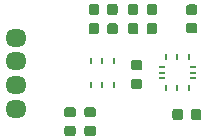
<source format=gtp>
G04 #@! TF.GenerationSoftware,KiCad,Pcbnew,(5.1.2)-1*
G04 #@! TF.CreationDate,2020-06-14T00:48:43+09:00*
G04 #@! TF.ProjectId,es,65732e6b-6963-4616-945f-706362585858,v1.0*
G04 #@! TF.SameCoordinates,Original*
G04 #@! TF.FileFunction,Paste,Top*
G04 #@! TF.FilePolarity,Positive*
%FSLAX46Y46*%
G04 Gerber Fmt 4.6, Leading zero omitted, Abs format (unit mm)*
G04 Created by KiCad (PCBNEW (5.1.2)-1) date 2020-06-14 00:48:43*
%MOMM*%
%LPD*%
G04 APERTURE LIST*
%ADD10R,0.250000X0.500000*%
%ADD11R,0.500000X0.250000*%
%ADD12C,0.100000*%
%ADD13C,0.875000*%
%ADD14O,1.800000X1.524000*%
G04 APERTURE END LIST*
D10*
X164710000Y-106650000D03*
X165710000Y-106650000D03*
X166710000Y-106650000D03*
D11*
X167010000Y-107450000D03*
X167010000Y-107950000D03*
X167010000Y-108450000D03*
D10*
X166710000Y-109250000D03*
X165710000Y-109250000D03*
X164710000Y-109250000D03*
D11*
X164410000Y-108450000D03*
X164410000Y-107950000D03*
X164410000Y-107450000D03*
D12*
G36*
X160439691Y-102126053D02*
G01*
X160460926Y-102129203D01*
X160481750Y-102134419D01*
X160501962Y-102141651D01*
X160521368Y-102150830D01*
X160539781Y-102161866D01*
X160557024Y-102174654D01*
X160572930Y-102189070D01*
X160587346Y-102204976D01*
X160600134Y-102222219D01*
X160611170Y-102240632D01*
X160620349Y-102260038D01*
X160627581Y-102280250D01*
X160632797Y-102301074D01*
X160635947Y-102322309D01*
X160637000Y-102343750D01*
X160637000Y-102856250D01*
X160635947Y-102877691D01*
X160632797Y-102898926D01*
X160627581Y-102919750D01*
X160620349Y-102939962D01*
X160611170Y-102959368D01*
X160600134Y-102977781D01*
X160587346Y-102995024D01*
X160572930Y-103010930D01*
X160557024Y-103025346D01*
X160539781Y-103038134D01*
X160521368Y-103049170D01*
X160501962Y-103058349D01*
X160481750Y-103065581D01*
X160460926Y-103070797D01*
X160439691Y-103073947D01*
X160418250Y-103075000D01*
X159980750Y-103075000D01*
X159959309Y-103073947D01*
X159938074Y-103070797D01*
X159917250Y-103065581D01*
X159897038Y-103058349D01*
X159877632Y-103049170D01*
X159859219Y-103038134D01*
X159841976Y-103025346D01*
X159826070Y-103010930D01*
X159811654Y-102995024D01*
X159798866Y-102977781D01*
X159787830Y-102959368D01*
X159778651Y-102939962D01*
X159771419Y-102919750D01*
X159766203Y-102898926D01*
X159763053Y-102877691D01*
X159762000Y-102856250D01*
X159762000Y-102343750D01*
X159763053Y-102322309D01*
X159766203Y-102301074D01*
X159771419Y-102280250D01*
X159778651Y-102260038D01*
X159787830Y-102240632D01*
X159798866Y-102222219D01*
X159811654Y-102204976D01*
X159826070Y-102189070D01*
X159841976Y-102174654D01*
X159859219Y-102161866D01*
X159877632Y-102150830D01*
X159897038Y-102141651D01*
X159917250Y-102134419D01*
X159938074Y-102129203D01*
X159959309Y-102126053D01*
X159980750Y-102125000D01*
X160418250Y-102125000D01*
X160439691Y-102126053D01*
X160439691Y-102126053D01*
G37*
D13*
X160199500Y-102600000D03*
D12*
G36*
X158864691Y-102126053D02*
G01*
X158885926Y-102129203D01*
X158906750Y-102134419D01*
X158926962Y-102141651D01*
X158946368Y-102150830D01*
X158964781Y-102161866D01*
X158982024Y-102174654D01*
X158997930Y-102189070D01*
X159012346Y-102204976D01*
X159025134Y-102222219D01*
X159036170Y-102240632D01*
X159045349Y-102260038D01*
X159052581Y-102280250D01*
X159057797Y-102301074D01*
X159060947Y-102322309D01*
X159062000Y-102343750D01*
X159062000Y-102856250D01*
X159060947Y-102877691D01*
X159057797Y-102898926D01*
X159052581Y-102919750D01*
X159045349Y-102939962D01*
X159036170Y-102959368D01*
X159025134Y-102977781D01*
X159012346Y-102995024D01*
X158997930Y-103010930D01*
X158982024Y-103025346D01*
X158964781Y-103038134D01*
X158946368Y-103049170D01*
X158926962Y-103058349D01*
X158906750Y-103065581D01*
X158885926Y-103070797D01*
X158864691Y-103073947D01*
X158843250Y-103075000D01*
X158405750Y-103075000D01*
X158384309Y-103073947D01*
X158363074Y-103070797D01*
X158342250Y-103065581D01*
X158322038Y-103058349D01*
X158302632Y-103049170D01*
X158284219Y-103038134D01*
X158266976Y-103025346D01*
X158251070Y-103010930D01*
X158236654Y-102995024D01*
X158223866Y-102977781D01*
X158212830Y-102959368D01*
X158203651Y-102939962D01*
X158196419Y-102919750D01*
X158191203Y-102898926D01*
X158188053Y-102877691D01*
X158187000Y-102856250D01*
X158187000Y-102343750D01*
X158188053Y-102322309D01*
X158191203Y-102301074D01*
X158196419Y-102280250D01*
X158203651Y-102260038D01*
X158212830Y-102240632D01*
X158223866Y-102222219D01*
X158236654Y-102204976D01*
X158251070Y-102189070D01*
X158266976Y-102174654D01*
X158284219Y-102161866D01*
X158302632Y-102150830D01*
X158322038Y-102141651D01*
X158342250Y-102134419D01*
X158363074Y-102129203D01*
X158384309Y-102126053D01*
X158405750Y-102125000D01*
X158843250Y-102125000D01*
X158864691Y-102126053D01*
X158864691Y-102126053D01*
G37*
D13*
X158624500Y-102600000D03*
D12*
G36*
X158587691Y-110878053D02*
G01*
X158608926Y-110881203D01*
X158629750Y-110886419D01*
X158649962Y-110893651D01*
X158669368Y-110902830D01*
X158687781Y-110913866D01*
X158705024Y-110926654D01*
X158720930Y-110941070D01*
X158735346Y-110956976D01*
X158748134Y-110974219D01*
X158759170Y-110992632D01*
X158768349Y-111012038D01*
X158775581Y-111032250D01*
X158780797Y-111053074D01*
X158783947Y-111074309D01*
X158785000Y-111095750D01*
X158785000Y-111533250D01*
X158783947Y-111554691D01*
X158780797Y-111575926D01*
X158775581Y-111596750D01*
X158768349Y-111616962D01*
X158759170Y-111636368D01*
X158748134Y-111654781D01*
X158735346Y-111672024D01*
X158720930Y-111687930D01*
X158705024Y-111702346D01*
X158687781Y-111715134D01*
X158669368Y-111726170D01*
X158649962Y-111735349D01*
X158629750Y-111742581D01*
X158608926Y-111747797D01*
X158587691Y-111750947D01*
X158566250Y-111752000D01*
X158053750Y-111752000D01*
X158032309Y-111750947D01*
X158011074Y-111747797D01*
X157990250Y-111742581D01*
X157970038Y-111735349D01*
X157950632Y-111726170D01*
X157932219Y-111715134D01*
X157914976Y-111702346D01*
X157899070Y-111687930D01*
X157884654Y-111672024D01*
X157871866Y-111654781D01*
X157860830Y-111636368D01*
X157851651Y-111616962D01*
X157844419Y-111596750D01*
X157839203Y-111575926D01*
X157836053Y-111554691D01*
X157835000Y-111533250D01*
X157835000Y-111095750D01*
X157836053Y-111074309D01*
X157839203Y-111053074D01*
X157844419Y-111032250D01*
X157851651Y-111012038D01*
X157860830Y-110992632D01*
X157871866Y-110974219D01*
X157884654Y-110956976D01*
X157899070Y-110941070D01*
X157914976Y-110926654D01*
X157932219Y-110913866D01*
X157950632Y-110902830D01*
X157970038Y-110893651D01*
X157990250Y-110886419D01*
X158011074Y-110881203D01*
X158032309Y-110878053D01*
X158053750Y-110877000D01*
X158566250Y-110877000D01*
X158587691Y-110878053D01*
X158587691Y-110878053D01*
G37*
D13*
X158310000Y-111314500D03*
D12*
G36*
X158587691Y-112453053D02*
G01*
X158608926Y-112456203D01*
X158629750Y-112461419D01*
X158649962Y-112468651D01*
X158669368Y-112477830D01*
X158687781Y-112488866D01*
X158705024Y-112501654D01*
X158720930Y-112516070D01*
X158735346Y-112531976D01*
X158748134Y-112549219D01*
X158759170Y-112567632D01*
X158768349Y-112587038D01*
X158775581Y-112607250D01*
X158780797Y-112628074D01*
X158783947Y-112649309D01*
X158785000Y-112670750D01*
X158785000Y-113108250D01*
X158783947Y-113129691D01*
X158780797Y-113150926D01*
X158775581Y-113171750D01*
X158768349Y-113191962D01*
X158759170Y-113211368D01*
X158748134Y-113229781D01*
X158735346Y-113247024D01*
X158720930Y-113262930D01*
X158705024Y-113277346D01*
X158687781Y-113290134D01*
X158669368Y-113301170D01*
X158649962Y-113310349D01*
X158629750Y-113317581D01*
X158608926Y-113322797D01*
X158587691Y-113325947D01*
X158566250Y-113327000D01*
X158053750Y-113327000D01*
X158032309Y-113325947D01*
X158011074Y-113322797D01*
X157990250Y-113317581D01*
X157970038Y-113310349D01*
X157950632Y-113301170D01*
X157932219Y-113290134D01*
X157914976Y-113277346D01*
X157899070Y-113262930D01*
X157884654Y-113247024D01*
X157871866Y-113229781D01*
X157860830Y-113211368D01*
X157851651Y-113191962D01*
X157844419Y-113171750D01*
X157839203Y-113150926D01*
X157836053Y-113129691D01*
X157835000Y-113108250D01*
X157835000Y-112670750D01*
X157836053Y-112649309D01*
X157839203Y-112628074D01*
X157844419Y-112607250D01*
X157851651Y-112587038D01*
X157860830Y-112567632D01*
X157871866Y-112549219D01*
X157884654Y-112531976D01*
X157899070Y-112516070D01*
X157914976Y-112501654D01*
X157932219Y-112488866D01*
X157950632Y-112477830D01*
X157970038Y-112468651D01*
X157990250Y-112461419D01*
X158011074Y-112456203D01*
X158032309Y-112453053D01*
X158053750Y-112452000D01*
X158566250Y-112452000D01*
X158587691Y-112453053D01*
X158587691Y-112453053D01*
G37*
D13*
X158310000Y-112889500D03*
D12*
G36*
X156887691Y-110878053D02*
G01*
X156908926Y-110881203D01*
X156929750Y-110886419D01*
X156949962Y-110893651D01*
X156969368Y-110902830D01*
X156987781Y-110913866D01*
X157005024Y-110926654D01*
X157020930Y-110941070D01*
X157035346Y-110956976D01*
X157048134Y-110974219D01*
X157059170Y-110992632D01*
X157068349Y-111012038D01*
X157075581Y-111032250D01*
X157080797Y-111053074D01*
X157083947Y-111074309D01*
X157085000Y-111095750D01*
X157085000Y-111533250D01*
X157083947Y-111554691D01*
X157080797Y-111575926D01*
X157075581Y-111596750D01*
X157068349Y-111616962D01*
X157059170Y-111636368D01*
X157048134Y-111654781D01*
X157035346Y-111672024D01*
X157020930Y-111687930D01*
X157005024Y-111702346D01*
X156987781Y-111715134D01*
X156969368Y-111726170D01*
X156949962Y-111735349D01*
X156929750Y-111742581D01*
X156908926Y-111747797D01*
X156887691Y-111750947D01*
X156866250Y-111752000D01*
X156353750Y-111752000D01*
X156332309Y-111750947D01*
X156311074Y-111747797D01*
X156290250Y-111742581D01*
X156270038Y-111735349D01*
X156250632Y-111726170D01*
X156232219Y-111715134D01*
X156214976Y-111702346D01*
X156199070Y-111687930D01*
X156184654Y-111672024D01*
X156171866Y-111654781D01*
X156160830Y-111636368D01*
X156151651Y-111616962D01*
X156144419Y-111596750D01*
X156139203Y-111575926D01*
X156136053Y-111554691D01*
X156135000Y-111533250D01*
X156135000Y-111095750D01*
X156136053Y-111074309D01*
X156139203Y-111053074D01*
X156144419Y-111032250D01*
X156151651Y-111012038D01*
X156160830Y-110992632D01*
X156171866Y-110974219D01*
X156184654Y-110956976D01*
X156199070Y-110941070D01*
X156214976Y-110926654D01*
X156232219Y-110913866D01*
X156250632Y-110902830D01*
X156270038Y-110893651D01*
X156290250Y-110886419D01*
X156311074Y-110881203D01*
X156332309Y-110878053D01*
X156353750Y-110877000D01*
X156866250Y-110877000D01*
X156887691Y-110878053D01*
X156887691Y-110878053D01*
G37*
D13*
X156610000Y-111314500D03*
D12*
G36*
X156887691Y-112453053D02*
G01*
X156908926Y-112456203D01*
X156929750Y-112461419D01*
X156949962Y-112468651D01*
X156969368Y-112477830D01*
X156987781Y-112488866D01*
X157005024Y-112501654D01*
X157020930Y-112516070D01*
X157035346Y-112531976D01*
X157048134Y-112549219D01*
X157059170Y-112567632D01*
X157068349Y-112587038D01*
X157075581Y-112607250D01*
X157080797Y-112628074D01*
X157083947Y-112649309D01*
X157085000Y-112670750D01*
X157085000Y-113108250D01*
X157083947Y-113129691D01*
X157080797Y-113150926D01*
X157075581Y-113171750D01*
X157068349Y-113191962D01*
X157059170Y-113211368D01*
X157048134Y-113229781D01*
X157035346Y-113247024D01*
X157020930Y-113262930D01*
X157005024Y-113277346D01*
X156987781Y-113290134D01*
X156969368Y-113301170D01*
X156949962Y-113310349D01*
X156929750Y-113317581D01*
X156908926Y-113322797D01*
X156887691Y-113325947D01*
X156866250Y-113327000D01*
X156353750Y-113327000D01*
X156332309Y-113325947D01*
X156311074Y-113322797D01*
X156290250Y-113317581D01*
X156270038Y-113310349D01*
X156250632Y-113301170D01*
X156232219Y-113290134D01*
X156214976Y-113277346D01*
X156199070Y-113262930D01*
X156184654Y-113247024D01*
X156171866Y-113229781D01*
X156160830Y-113211368D01*
X156151651Y-113191962D01*
X156144419Y-113171750D01*
X156139203Y-113150926D01*
X156136053Y-113129691D01*
X156135000Y-113108250D01*
X156135000Y-112670750D01*
X156136053Y-112649309D01*
X156139203Y-112628074D01*
X156144419Y-112607250D01*
X156151651Y-112587038D01*
X156160830Y-112567632D01*
X156171866Y-112549219D01*
X156184654Y-112531976D01*
X156199070Y-112516070D01*
X156214976Y-112501654D01*
X156232219Y-112488866D01*
X156250632Y-112477830D01*
X156270038Y-112468651D01*
X156290250Y-112461419D01*
X156311074Y-112456203D01*
X156332309Y-112453053D01*
X156353750Y-112452000D01*
X156866250Y-112452000D01*
X156887691Y-112453053D01*
X156887691Y-112453053D01*
G37*
D13*
X156610000Y-112889500D03*
D10*
X158360000Y-106940000D03*
X159360000Y-106940000D03*
X160360000Y-106940000D03*
X160360000Y-109040000D03*
X159360000Y-109040000D03*
X158360000Y-109040000D03*
D12*
G36*
X163777691Y-103766053D02*
G01*
X163798926Y-103769203D01*
X163819750Y-103774419D01*
X163839962Y-103781651D01*
X163859368Y-103790830D01*
X163877781Y-103801866D01*
X163895024Y-103814654D01*
X163910930Y-103829070D01*
X163925346Y-103844976D01*
X163938134Y-103862219D01*
X163949170Y-103880632D01*
X163958349Y-103900038D01*
X163965581Y-103920250D01*
X163970797Y-103941074D01*
X163973947Y-103962309D01*
X163975000Y-103983750D01*
X163975000Y-104496250D01*
X163973947Y-104517691D01*
X163970797Y-104538926D01*
X163965581Y-104559750D01*
X163958349Y-104579962D01*
X163949170Y-104599368D01*
X163938134Y-104617781D01*
X163925346Y-104635024D01*
X163910930Y-104650930D01*
X163895024Y-104665346D01*
X163877781Y-104678134D01*
X163859368Y-104689170D01*
X163839962Y-104698349D01*
X163819750Y-104705581D01*
X163798926Y-104710797D01*
X163777691Y-104713947D01*
X163756250Y-104715000D01*
X163318750Y-104715000D01*
X163297309Y-104713947D01*
X163276074Y-104710797D01*
X163255250Y-104705581D01*
X163235038Y-104698349D01*
X163215632Y-104689170D01*
X163197219Y-104678134D01*
X163179976Y-104665346D01*
X163164070Y-104650930D01*
X163149654Y-104635024D01*
X163136866Y-104617781D01*
X163125830Y-104599368D01*
X163116651Y-104579962D01*
X163109419Y-104559750D01*
X163104203Y-104538926D01*
X163101053Y-104517691D01*
X163100000Y-104496250D01*
X163100000Y-103983750D01*
X163101053Y-103962309D01*
X163104203Y-103941074D01*
X163109419Y-103920250D01*
X163116651Y-103900038D01*
X163125830Y-103880632D01*
X163136866Y-103862219D01*
X163149654Y-103844976D01*
X163164070Y-103829070D01*
X163179976Y-103814654D01*
X163197219Y-103801866D01*
X163215632Y-103790830D01*
X163235038Y-103781651D01*
X163255250Y-103774419D01*
X163276074Y-103769203D01*
X163297309Y-103766053D01*
X163318750Y-103765000D01*
X163756250Y-103765000D01*
X163777691Y-103766053D01*
X163777691Y-103766053D01*
G37*
D13*
X163537500Y-104240000D03*
D12*
G36*
X162202691Y-103766053D02*
G01*
X162223926Y-103769203D01*
X162244750Y-103774419D01*
X162264962Y-103781651D01*
X162284368Y-103790830D01*
X162302781Y-103801866D01*
X162320024Y-103814654D01*
X162335930Y-103829070D01*
X162350346Y-103844976D01*
X162363134Y-103862219D01*
X162374170Y-103880632D01*
X162383349Y-103900038D01*
X162390581Y-103920250D01*
X162395797Y-103941074D01*
X162398947Y-103962309D01*
X162400000Y-103983750D01*
X162400000Y-104496250D01*
X162398947Y-104517691D01*
X162395797Y-104538926D01*
X162390581Y-104559750D01*
X162383349Y-104579962D01*
X162374170Y-104599368D01*
X162363134Y-104617781D01*
X162350346Y-104635024D01*
X162335930Y-104650930D01*
X162320024Y-104665346D01*
X162302781Y-104678134D01*
X162284368Y-104689170D01*
X162264962Y-104698349D01*
X162244750Y-104705581D01*
X162223926Y-104710797D01*
X162202691Y-104713947D01*
X162181250Y-104715000D01*
X161743750Y-104715000D01*
X161722309Y-104713947D01*
X161701074Y-104710797D01*
X161680250Y-104705581D01*
X161660038Y-104698349D01*
X161640632Y-104689170D01*
X161622219Y-104678134D01*
X161604976Y-104665346D01*
X161589070Y-104650930D01*
X161574654Y-104635024D01*
X161561866Y-104617781D01*
X161550830Y-104599368D01*
X161541651Y-104579962D01*
X161534419Y-104559750D01*
X161529203Y-104538926D01*
X161526053Y-104517691D01*
X161525000Y-104496250D01*
X161525000Y-103983750D01*
X161526053Y-103962309D01*
X161529203Y-103941074D01*
X161534419Y-103920250D01*
X161541651Y-103900038D01*
X161550830Y-103880632D01*
X161561866Y-103862219D01*
X161574654Y-103844976D01*
X161589070Y-103829070D01*
X161604976Y-103814654D01*
X161622219Y-103801866D01*
X161640632Y-103790830D01*
X161660038Y-103781651D01*
X161680250Y-103774419D01*
X161701074Y-103769203D01*
X161722309Y-103766053D01*
X161743750Y-103765000D01*
X162181250Y-103765000D01*
X162202691Y-103766053D01*
X162202691Y-103766053D01*
G37*
D13*
X161962500Y-104240000D03*
D14*
X152000000Y-105000000D03*
X152000000Y-107000000D03*
X152000000Y-109000000D03*
X152000000Y-111000000D03*
D12*
G36*
X167177691Y-102188053D02*
G01*
X167198926Y-102191203D01*
X167219750Y-102196419D01*
X167239962Y-102203651D01*
X167259368Y-102212830D01*
X167277781Y-102223866D01*
X167295024Y-102236654D01*
X167310930Y-102251070D01*
X167325346Y-102266976D01*
X167338134Y-102284219D01*
X167349170Y-102302632D01*
X167358349Y-102322038D01*
X167365581Y-102342250D01*
X167370797Y-102363074D01*
X167373947Y-102384309D01*
X167375000Y-102405750D01*
X167375000Y-102843250D01*
X167373947Y-102864691D01*
X167370797Y-102885926D01*
X167365581Y-102906750D01*
X167358349Y-102926962D01*
X167349170Y-102946368D01*
X167338134Y-102964781D01*
X167325346Y-102982024D01*
X167310930Y-102997930D01*
X167295024Y-103012346D01*
X167277781Y-103025134D01*
X167259368Y-103036170D01*
X167239962Y-103045349D01*
X167219750Y-103052581D01*
X167198926Y-103057797D01*
X167177691Y-103060947D01*
X167156250Y-103062000D01*
X166643750Y-103062000D01*
X166622309Y-103060947D01*
X166601074Y-103057797D01*
X166580250Y-103052581D01*
X166560038Y-103045349D01*
X166540632Y-103036170D01*
X166522219Y-103025134D01*
X166504976Y-103012346D01*
X166489070Y-102997930D01*
X166474654Y-102982024D01*
X166461866Y-102964781D01*
X166450830Y-102946368D01*
X166441651Y-102926962D01*
X166434419Y-102906750D01*
X166429203Y-102885926D01*
X166426053Y-102864691D01*
X166425000Y-102843250D01*
X166425000Y-102405750D01*
X166426053Y-102384309D01*
X166429203Y-102363074D01*
X166434419Y-102342250D01*
X166441651Y-102322038D01*
X166450830Y-102302632D01*
X166461866Y-102284219D01*
X166474654Y-102266976D01*
X166489070Y-102251070D01*
X166504976Y-102236654D01*
X166522219Y-102223866D01*
X166540632Y-102212830D01*
X166560038Y-102203651D01*
X166580250Y-102196419D01*
X166601074Y-102191203D01*
X166622309Y-102188053D01*
X166643750Y-102187000D01*
X167156250Y-102187000D01*
X167177691Y-102188053D01*
X167177691Y-102188053D01*
G37*
D13*
X166900000Y-102624500D03*
D12*
G36*
X167177691Y-103763053D02*
G01*
X167198926Y-103766203D01*
X167219750Y-103771419D01*
X167239962Y-103778651D01*
X167259368Y-103787830D01*
X167277781Y-103798866D01*
X167295024Y-103811654D01*
X167310930Y-103826070D01*
X167325346Y-103841976D01*
X167338134Y-103859219D01*
X167349170Y-103877632D01*
X167358349Y-103897038D01*
X167365581Y-103917250D01*
X167370797Y-103938074D01*
X167373947Y-103959309D01*
X167375000Y-103980750D01*
X167375000Y-104418250D01*
X167373947Y-104439691D01*
X167370797Y-104460926D01*
X167365581Y-104481750D01*
X167358349Y-104501962D01*
X167349170Y-104521368D01*
X167338134Y-104539781D01*
X167325346Y-104557024D01*
X167310930Y-104572930D01*
X167295024Y-104587346D01*
X167277781Y-104600134D01*
X167259368Y-104611170D01*
X167239962Y-104620349D01*
X167219750Y-104627581D01*
X167198926Y-104632797D01*
X167177691Y-104635947D01*
X167156250Y-104637000D01*
X166643750Y-104637000D01*
X166622309Y-104635947D01*
X166601074Y-104632797D01*
X166580250Y-104627581D01*
X166560038Y-104620349D01*
X166540632Y-104611170D01*
X166522219Y-104600134D01*
X166504976Y-104587346D01*
X166489070Y-104572930D01*
X166474654Y-104557024D01*
X166461866Y-104539781D01*
X166450830Y-104521368D01*
X166441651Y-104501962D01*
X166434419Y-104481750D01*
X166429203Y-104460926D01*
X166426053Y-104439691D01*
X166425000Y-104418250D01*
X166425000Y-103980750D01*
X166426053Y-103959309D01*
X166429203Y-103938074D01*
X166434419Y-103917250D01*
X166441651Y-103897038D01*
X166450830Y-103877632D01*
X166461866Y-103859219D01*
X166474654Y-103841976D01*
X166489070Y-103826070D01*
X166504976Y-103811654D01*
X166522219Y-103798866D01*
X166540632Y-103787830D01*
X166560038Y-103778651D01*
X166580250Y-103771419D01*
X166601074Y-103766203D01*
X166622309Y-103763053D01*
X166643750Y-103762000D01*
X167156250Y-103762000D01*
X167177691Y-103763053D01*
X167177691Y-103763053D01*
G37*
D13*
X166900000Y-104199500D03*
D12*
G36*
X167535691Y-111026053D02*
G01*
X167556926Y-111029203D01*
X167577750Y-111034419D01*
X167597962Y-111041651D01*
X167617368Y-111050830D01*
X167635781Y-111061866D01*
X167653024Y-111074654D01*
X167668930Y-111089070D01*
X167683346Y-111104976D01*
X167696134Y-111122219D01*
X167707170Y-111140632D01*
X167716349Y-111160038D01*
X167723581Y-111180250D01*
X167728797Y-111201074D01*
X167731947Y-111222309D01*
X167733000Y-111243750D01*
X167733000Y-111756250D01*
X167731947Y-111777691D01*
X167728797Y-111798926D01*
X167723581Y-111819750D01*
X167716349Y-111839962D01*
X167707170Y-111859368D01*
X167696134Y-111877781D01*
X167683346Y-111895024D01*
X167668930Y-111910930D01*
X167653024Y-111925346D01*
X167635781Y-111938134D01*
X167617368Y-111949170D01*
X167597962Y-111958349D01*
X167577750Y-111965581D01*
X167556926Y-111970797D01*
X167535691Y-111973947D01*
X167514250Y-111975000D01*
X167076750Y-111975000D01*
X167055309Y-111973947D01*
X167034074Y-111970797D01*
X167013250Y-111965581D01*
X166993038Y-111958349D01*
X166973632Y-111949170D01*
X166955219Y-111938134D01*
X166937976Y-111925346D01*
X166922070Y-111910930D01*
X166907654Y-111895024D01*
X166894866Y-111877781D01*
X166883830Y-111859368D01*
X166874651Y-111839962D01*
X166867419Y-111819750D01*
X166862203Y-111798926D01*
X166859053Y-111777691D01*
X166858000Y-111756250D01*
X166858000Y-111243750D01*
X166859053Y-111222309D01*
X166862203Y-111201074D01*
X166867419Y-111180250D01*
X166874651Y-111160038D01*
X166883830Y-111140632D01*
X166894866Y-111122219D01*
X166907654Y-111104976D01*
X166922070Y-111089070D01*
X166937976Y-111074654D01*
X166955219Y-111061866D01*
X166973632Y-111050830D01*
X166993038Y-111041651D01*
X167013250Y-111034419D01*
X167034074Y-111029203D01*
X167055309Y-111026053D01*
X167076750Y-111025000D01*
X167514250Y-111025000D01*
X167535691Y-111026053D01*
X167535691Y-111026053D01*
G37*
D13*
X167295500Y-111500000D03*
D12*
G36*
X165960691Y-111026053D02*
G01*
X165981926Y-111029203D01*
X166002750Y-111034419D01*
X166022962Y-111041651D01*
X166042368Y-111050830D01*
X166060781Y-111061866D01*
X166078024Y-111074654D01*
X166093930Y-111089070D01*
X166108346Y-111104976D01*
X166121134Y-111122219D01*
X166132170Y-111140632D01*
X166141349Y-111160038D01*
X166148581Y-111180250D01*
X166153797Y-111201074D01*
X166156947Y-111222309D01*
X166158000Y-111243750D01*
X166158000Y-111756250D01*
X166156947Y-111777691D01*
X166153797Y-111798926D01*
X166148581Y-111819750D01*
X166141349Y-111839962D01*
X166132170Y-111859368D01*
X166121134Y-111877781D01*
X166108346Y-111895024D01*
X166093930Y-111910930D01*
X166078024Y-111925346D01*
X166060781Y-111938134D01*
X166042368Y-111949170D01*
X166022962Y-111958349D01*
X166002750Y-111965581D01*
X165981926Y-111970797D01*
X165960691Y-111973947D01*
X165939250Y-111975000D01*
X165501750Y-111975000D01*
X165480309Y-111973947D01*
X165459074Y-111970797D01*
X165438250Y-111965581D01*
X165418038Y-111958349D01*
X165398632Y-111949170D01*
X165380219Y-111938134D01*
X165362976Y-111925346D01*
X165347070Y-111910930D01*
X165332654Y-111895024D01*
X165319866Y-111877781D01*
X165308830Y-111859368D01*
X165299651Y-111839962D01*
X165292419Y-111819750D01*
X165287203Y-111798926D01*
X165284053Y-111777691D01*
X165283000Y-111756250D01*
X165283000Y-111243750D01*
X165284053Y-111222309D01*
X165287203Y-111201074D01*
X165292419Y-111180250D01*
X165299651Y-111160038D01*
X165308830Y-111140632D01*
X165319866Y-111122219D01*
X165332654Y-111104976D01*
X165347070Y-111089070D01*
X165362976Y-111074654D01*
X165380219Y-111061866D01*
X165398632Y-111050830D01*
X165418038Y-111041651D01*
X165438250Y-111034419D01*
X165459074Y-111029203D01*
X165480309Y-111026053D01*
X165501750Y-111025000D01*
X165939250Y-111025000D01*
X165960691Y-111026053D01*
X165960691Y-111026053D01*
G37*
D13*
X165720500Y-111500000D03*
D12*
G36*
X162200691Y-102126053D02*
G01*
X162221926Y-102129203D01*
X162242750Y-102134419D01*
X162262962Y-102141651D01*
X162282368Y-102150830D01*
X162300781Y-102161866D01*
X162318024Y-102174654D01*
X162333930Y-102189070D01*
X162348346Y-102204976D01*
X162361134Y-102222219D01*
X162372170Y-102240632D01*
X162381349Y-102260038D01*
X162388581Y-102280250D01*
X162393797Y-102301074D01*
X162396947Y-102322309D01*
X162398000Y-102343750D01*
X162398000Y-102856250D01*
X162396947Y-102877691D01*
X162393797Y-102898926D01*
X162388581Y-102919750D01*
X162381349Y-102939962D01*
X162372170Y-102959368D01*
X162361134Y-102977781D01*
X162348346Y-102995024D01*
X162333930Y-103010930D01*
X162318024Y-103025346D01*
X162300781Y-103038134D01*
X162282368Y-103049170D01*
X162262962Y-103058349D01*
X162242750Y-103065581D01*
X162221926Y-103070797D01*
X162200691Y-103073947D01*
X162179250Y-103075000D01*
X161741750Y-103075000D01*
X161720309Y-103073947D01*
X161699074Y-103070797D01*
X161678250Y-103065581D01*
X161658038Y-103058349D01*
X161638632Y-103049170D01*
X161620219Y-103038134D01*
X161602976Y-103025346D01*
X161587070Y-103010930D01*
X161572654Y-102995024D01*
X161559866Y-102977781D01*
X161548830Y-102959368D01*
X161539651Y-102939962D01*
X161532419Y-102919750D01*
X161527203Y-102898926D01*
X161524053Y-102877691D01*
X161523000Y-102856250D01*
X161523000Y-102343750D01*
X161524053Y-102322309D01*
X161527203Y-102301074D01*
X161532419Y-102280250D01*
X161539651Y-102260038D01*
X161548830Y-102240632D01*
X161559866Y-102222219D01*
X161572654Y-102204976D01*
X161587070Y-102189070D01*
X161602976Y-102174654D01*
X161620219Y-102161866D01*
X161638632Y-102150830D01*
X161658038Y-102141651D01*
X161678250Y-102134419D01*
X161699074Y-102129203D01*
X161720309Y-102126053D01*
X161741750Y-102125000D01*
X162179250Y-102125000D01*
X162200691Y-102126053D01*
X162200691Y-102126053D01*
G37*
D13*
X161960500Y-102600000D03*
D12*
G36*
X163775691Y-102126053D02*
G01*
X163796926Y-102129203D01*
X163817750Y-102134419D01*
X163837962Y-102141651D01*
X163857368Y-102150830D01*
X163875781Y-102161866D01*
X163893024Y-102174654D01*
X163908930Y-102189070D01*
X163923346Y-102204976D01*
X163936134Y-102222219D01*
X163947170Y-102240632D01*
X163956349Y-102260038D01*
X163963581Y-102280250D01*
X163968797Y-102301074D01*
X163971947Y-102322309D01*
X163973000Y-102343750D01*
X163973000Y-102856250D01*
X163971947Y-102877691D01*
X163968797Y-102898926D01*
X163963581Y-102919750D01*
X163956349Y-102939962D01*
X163947170Y-102959368D01*
X163936134Y-102977781D01*
X163923346Y-102995024D01*
X163908930Y-103010930D01*
X163893024Y-103025346D01*
X163875781Y-103038134D01*
X163857368Y-103049170D01*
X163837962Y-103058349D01*
X163817750Y-103065581D01*
X163796926Y-103070797D01*
X163775691Y-103073947D01*
X163754250Y-103075000D01*
X163316750Y-103075000D01*
X163295309Y-103073947D01*
X163274074Y-103070797D01*
X163253250Y-103065581D01*
X163233038Y-103058349D01*
X163213632Y-103049170D01*
X163195219Y-103038134D01*
X163177976Y-103025346D01*
X163162070Y-103010930D01*
X163147654Y-102995024D01*
X163134866Y-102977781D01*
X163123830Y-102959368D01*
X163114651Y-102939962D01*
X163107419Y-102919750D01*
X163102203Y-102898926D01*
X163099053Y-102877691D01*
X163098000Y-102856250D01*
X163098000Y-102343750D01*
X163099053Y-102322309D01*
X163102203Y-102301074D01*
X163107419Y-102280250D01*
X163114651Y-102260038D01*
X163123830Y-102240632D01*
X163134866Y-102222219D01*
X163147654Y-102204976D01*
X163162070Y-102189070D01*
X163177976Y-102174654D01*
X163195219Y-102161866D01*
X163213632Y-102150830D01*
X163233038Y-102141651D01*
X163253250Y-102134419D01*
X163274074Y-102129203D01*
X163295309Y-102126053D01*
X163316750Y-102125000D01*
X163754250Y-102125000D01*
X163775691Y-102126053D01*
X163775691Y-102126053D01*
G37*
D13*
X163535500Y-102600000D03*
D12*
G36*
X158864691Y-103766053D02*
G01*
X158885926Y-103769203D01*
X158906750Y-103774419D01*
X158926962Y-103781651D01*
X158946368Y-103790830D01*
X158964781Y-103801866D01*
X158982024Y-103814654D01*
X158997930Y-103829070D01*
X159012346Y-103844976D01*
X159025134Y-103862219D01*
X159036170Y-103880632D01*
X159045349Y-103900038D01*
X159052581Y-103920250D01*
X159057797Y-103941074D01*
X159060947Y-103962309D01*
X159062000Y-103983750D01*
X159062000Y-104496250D01*
X159060947Y-104517691D01*
X159057797Y-104538926D01*
X159052581Y-104559750D01*
X159045349Y-104579962D01*
X159036170Y-104599368D01*
X159025134Y-104617781D01*
X159012346Y-104635024D01*
X158997930Y-104650930D01*
X158982024Y-104665346D01*
X158964781Y-104678134D01*
X158946368Y-104689170D01*
X158926962Y-104698349D01*
X158906750Y-104705581D01*
X158885926Y-104710797D01*
X158864691Y-104713947D01*
X158843250Y-104715000D01*
X158405750Y-104715000D01*
X158384309Y-104713947D01*
X158363074Y-104710797D01*
X158342250Y-104705581D01*
X158322038Y-104698349D01*
X158302632Y-104689170D01*
X158284219Y-104678134D01*
X158266976Y-104665346D01*
X158251070Y-104650930D01*
X158236654Y-104635024D01*
X158223866Y-104617781D01*
X158212830Y-104599368D01*
X158203651Y-104579962D01*
X158196419Y-104559750D01*
X158191203Y-104538926D01*
X158188053Y-104517691D01*
X158187000Y-104496250D01*
X158187000Y-103983750D01*
X158188053Y-103962309D01*
X158191203Y-103941074D01*
X158196419Y-103920250D01*
X158203651Y-103900038D01*
X158212830Y-103880632D01*
X158223866Y-103862219D01*
X158236654Y-103844976D01*
X158251070Y-103829070D01*
X158266976Y-103814654D01*
X158284219Y-103801866D01*
X158302632Y-103790830D01*
X158322038Y-103781651D01*
X158342250Y-103774419D01*
X158363074Y-103769203D01*
X158384309Y-103766053D01*
X158405750Y-103765000D01*
X158843250Y-103765000D01*
X158864691Y-103766053D01*
X158864691Y-103766053D01*
G37*
D13*
X158624500Y-104240000D03*
D12*
G36*
X160439691Y-103766053D02*
G01*
X160460926Y-103769203D01*
X160481750Y-103774419D01*
X160501962Y-103781651D01*
X160521368Y-103790830D01*
X160539781Y-103801866D01*
X160557024Y-103814654D01*
X160572930Y-103829070D01*
X160587346Y-103844976D01*
X160600134Y-103862219D01*
X160611170Y-103880632D01*
X160620349Y-103900038D01*
X160627581Y-103920250D01*
X160632797Y-103941074D01*
X160635947Y-103962309D01*
X160637000Y-103983750D01*
X160637000Y-104496250D01*
X160635947Y-104517691D01*
X160632797Y-104538926D01*
X160627581Y-104559750D01*
X160620349Y-104579962D01*
X160611170Y-104599368D01*
X160600134Y-104617781D01*
X160587346Y-104635024D01*
X160572930Y-104650930D01*
X160557024Y-104665346D01*
X160539781Y-104678134D01*
X160521368Y-104689170D01*
X160501962Y-104698349D01*
X160481750Y-104705581D01*
X160460926Y-104710797D01*
X160439691Y-104713947D01*
X160418250Y-104715000D01*
X159980750Y-104715000D01*
X159959309Y-104713947D01*
X159938074Y-104710797D01*
X159917250Y-104705581D01*
X159897038Y-104698349D01*
X159877632Y-104689170D01*
X159859219Y-104678134D01*
X159841976Y-104665346D01*
X159826070Y-104650930D01*
X159811654Y-104635024D01*
X159798866Y-104617781D01*
X159787830Y-104599368D01*
X159778651Y-104579962D01*
X159771419Y-104559750D01*
X159766203Y-104538926D01*
X159763053Y-104517691D01*
X159762000Y-104496250D01*
X159762000Y-103983750D01*
X159763053Y-103962309D01*
X159766203Y-103941074D01*
X159771419Y-103920250D01*
X159778651Y-103900038D01*
X159787830Y-103880632D01*
X159798866Y-103862219D01*
X159811654Y-103844976D01*
X159826070Y-103829070D01*
X159841976Y-103814654D01*
X159859219Y-103801866D01*
X159877632Y-103790830D01*
X159897038Y-103781651D01*
X159917250Y-103774419D01*
X159938074Y-103769203D01*
X159959309Y-103766053D01*
X159980750Y-103765000D01*
X160418250Y-103765000D01*
X160439691Y-103766053D01*
X160439691Y-103766053D01*
G37*
D13*
X160199500Y-104240000D03*
D12*
G36*
X162527691Y-106886053D02*
G01*
X162548926Y-106889203D01*
X162569750Y-106894419D01*
X162589962Y-106901651D01*
X162609368Y-106910830D01*
X162627781Y-106921866D01*
X162645024Y-106934654D01*
X162660930Y-106949070D01*
X162675346Y-106964976D01*
X162688134Y-106982219D01*
X162699170Y-107000632D01*
X162708349Y-107020038D01*
X162715581Y-107040250D01*
X162720797Y-107061074D01*
X162723947Y-107082309D01*
X162725000Y-107103750D01*
X162725000Y-107541250D01*
X162723947Y-107562691D01*
X162720797Y-107583926D01*
X162715581Y-107604750D01*
X162708349Y-107624962D01*
X162699170Y-107644368D01*
X162688134Y-107662781D01*
X162675346Y-107680024D01*
X162660930Y-107695930D01*
X162645024Y-107710346D01*
X162627781Y-107723134D01*
X162609368Y-107734170D01*
X162589962Y-107743349D01*
X162569750Y-107750581D01*
X162548926Y-107755797D01*
X162527691Y-107758947D01*
X162506250Y-107760000D01*
X161993750Y-107760000D01*
X161972309Y-107758947D01*
X161951074Y-107755797D01*
X161930250Y-107750581D01*
X161910038Y-107743349D01*
X161890632Y-107734170D01*
X161872219Y-107723134D01*
X161854976Y-107710346D01*
X161839070Y-107695930D01*
X161824654Y-107680024D01*
X161811866Y-107662781D01*
X161800830Y-107644368D01*
X161791651Y-107624962D01*
X161784419Y-107604750D01*
X161779203Y-107583926D01*
X161776053Y-107562691D01*
X161775000Y-107541250D01*
X161775000Y-107103750D01*
X161776053Y-107082309D01*
X161779203Y-107061074D01*
X161784419Y-107040250D01*
X161791651Y-107020038D01*
X161800830Y-107000632D01*
X161811866Y-106982219D01*
X161824654Y-106964976D01*
X161839070Y-106949070D01*
X161854976Y-106934654D01*
X161872219Y-106921866D01*
X161890632Y-106910830D01*
X161910038Y-106901651D01*
X161930250Y-106894419D01*
X161951074Y-106889203D01*
X161972309Y-106886053D01*
X161993750Y-106885000D01*
X162506250Y-106885000D01*
X162527691Y-106886053D01*
X162527691Y-106886053D01*
G37*
D13*
X162250000Y-107322500D03*
D12*
G36*
X162527691Y-108461053D02*
G01*
X162548926Y-108464203D01*
X162569750Y-108469419D01*
X162589962Y-108476651D01*
X162609368Y-108485830D01*
X162627781Y-108496866D01*
X162645024Y-108509654D01*
X162660930Y-108524070D01*
X162675346Y-108539976D01*
X162688134Y-108557219D01*
X162699170Y-108575632D01*
X162708349Y-108595038D01*
X162715581Y-108615250D01*
X162720797Y-108636074D01*
X162723947Y-108657309D01*
X162725000Y-108678750D01*
X162725000Y-109116250D01*
X162723947Y-109137691D01*
X162720797Y-109158926D01*
X162715581Y-109179750D01*
X162708349Y-109199962D01*
X162699170Y-109219368D01*
X162688134Y-109237781D01*
X162675346Y-109255024D01*
X162660930Y-109270930D01*
X162645024Y-109285346D01*
X162627781Y-109298134D01*
X162609368Y-109309170D01*
X162589962Y-109318349D01*
X162569750Y-109325581D01*
X162548926Y-109330797D01*
X162527691Y-109333947D01*
X162506250Y-109335000D01*
X161993750Y-109335000D01*
X161972309Y-109333947D01*
X161951074Y-109330797D01*
X161930250Y-109325581D01*
X161910038Y-109318349D01*
X161890632Y-109309170D01*
X161872219Y-109298134D01*
X161854976Y-109285346D01*
X161839070Y-109270930D01*
X161824654Y-109255024D01*
X161811866Y-109237781D01*
X161800830Y-109219368D01*
X161791651Y-109199962D01*
X161784419Y-109179750D01*
X161779203Y-109158926D01*
X161776053Y-109137691D01*
X161775000Y-109116250D01*
X161775000Y-108678750D01*
X161776053Y-108657309D01*
X161779203Y-108636074D01*
X161784419Y-108615250D01*
X161791651Y-108595038D01*
X161800830Y-108575632D01*
X161811866Y-108557219D01*
X161824654Y-108539976D01*
X161839070Y-108524070D01*
X161854976Y-108509654D01*
X161872219Y-108496866D01*
X161890632Y-108485830D01*
X161910038Y-108476651D01*
X161930250Y-108469419D01*
X161951074Y-108464203D01*
X161972309Y-108461053D01*
X161993750Y-108460000D01*
X162506250Y-108460000D01*
X162527691Y-108461053D01*
X162527691Y-108461053D01*
G37*
D13*
X162250000Y-108897500D03*
M02*

</source>
